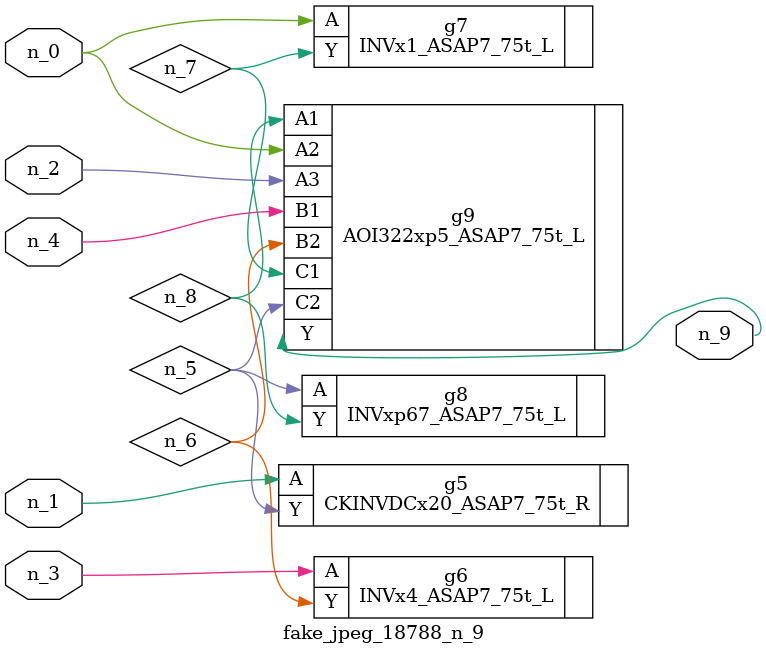
<source format=v>
module fake_jpeg_18788_n_9 (n_3, n_2, n_1, n_0, n_4, n_9);

input n_3;
input n_2;
input n_1;
input n_0;
input n_4;

output n_9;

wire n_8;
wire n_6;
wire n_5;
wire n_7;

CKINVDCx20_ASAP7_75t_R g5 ( 
.A(n_1),
.Y(n_5)
);

INVx4_ASAP7_75t_L g6 ( 
.A(n_3),
.Y(n_6)
);

INVx1_ASAP7_75t_L g7 ( 
.A(n_0),
.Y(n_7)
);

INVxp67_ASAP7_75t_L g8 ( 
.A(n_5),
.Y(n_8)
);

AOI322xp5_ASAP7_75t_L g9 ( 
.A1(n_8),
.A2(n_0),
.A3(n_2),
.B1(n_4),
.B2(n_6),
.C1(n_7),
.C2(n_5),
.Y(n_9)
);


endmodule
</source>
